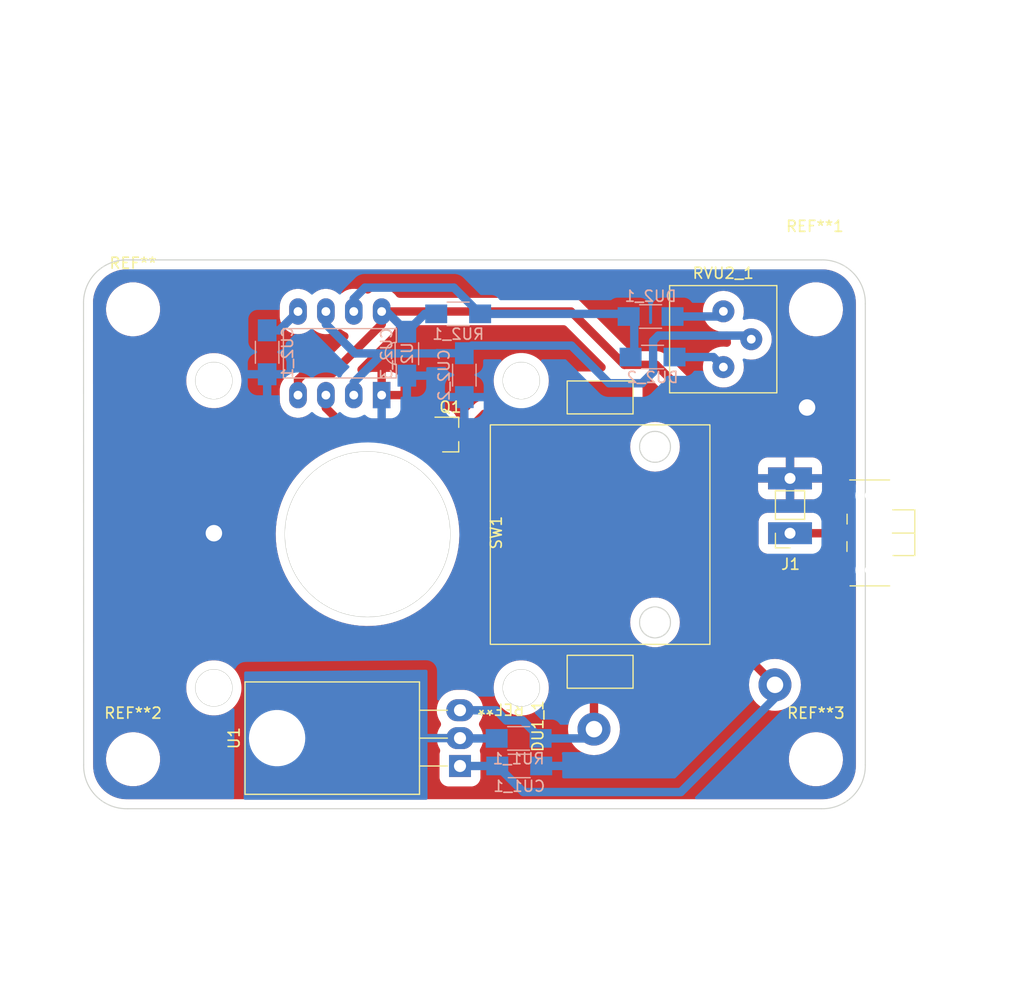
<source format=kicad_pcb>
(kicad_pcb (version 20211014) (generator pcbnew)
  (layers (0 "F.Cu" signal) (31 "B.Cu" signal) (34 "B.Paste" user) (35 "F.Paste" user) (36 "B.SilkS" user "B.Silkscreen") (37 "F.SilkS" user "F.Silkscreen") (38 "B.Mask" user) (39 "F.Mask" user) (44 "Edge.Cuts" user))
  (net 0 "")
  (net 1 "/CTRL")
  (net 2 "GND")
  (net 3 "Net-(CU2_1-Pad2)")
  (net 4 "Net-(CU2_2-Pad1)")
  (net 5 "Net-(DU2_1-Pad2)")
  (net 6 "Net-(RU1_1-Pad1)")
  (net 7 "+9V")
  (net 8 "Net-(J1-Pad1)")
  (net 10 "Net-(DU1_1-Pad2)")
  (net 11 "Net-(DU2_1-Pad1)")
  (net 12 "Net-(DU2_2-Pad2)")
  (net 13 "Net-(DU1_1-Pad1)")
  (footprint "Package_TO_SOT_THT:TO-220-3_Horizontal_TabDown" (layer "F.Cu") (at 99.149861 103.560895 90)
    (fp_text reference "U1" (at 2.54 -20.58 90) (layer "F.SilkS"))
    (fp_text value "LM317L_SO8")
    (fp_line (start -2.58 -19.58) (end -2.58 -3.69) (layer "F.SilkS") (width 0.12))
    (fp_line (start 5.08 -3.69) (end 5.08 -1.15) (layer "F.SilkS") (width 0.12))
    (fp_line (start -2.58 -3.69) (end 7.66 -3.69) (layer "F.SilkS") (width 0.12))
    (fp_line (start 2.54 -3.69) (end 2.54 -1.15) (layer "F.SilkS") (width 0.12))
    (fp_line (start -2.58 -19.58) (end 7.66 -19.58) (layer "F.SilkS") (width 0.12))
    (fp_line (start 0 -3.69) (end 0 -1.15) (layer "F.SilkS") (width 0.12))
    (fp_line (start 7.66 -19.58) (end 7.66 -3.69) (layer "F.SilkS") (width 0.12))
    (pad "" np_thru_hole oval (at 2.54 -16.66 90) (size 3.5 3.5) (drill 3.5) (layers F&B.Cu *.Mask))
    (pad "1" thru_hole rect (at 0 0 90) (size 2 2) (drill 1.1) (layers *.Cu *.Mask) (net 7 "+9V"))
    (pad "2" thru_hole oval (at 2.54 0 90) (size 2 2.5) (drill 1.1) (layers *.Cu *.Mask) (net 6 "Net-(RU1_1-Pad1)"))
    (pad "3" thru_hole oval (at 5.08 0 90) (size 2 2.5) (drill 1.1) (layers *.Cu *.Mask) (net 10 "Net-(DU1_1-Pad2)"))
  )
  (footprint "LED_CUSTOM:IR_LED" (layer "F.Cu") (at 111.9124 82.4738 90)
    (fp_text reference "DU1_1" (at -17.456495 -5.67254 90 unlocked) (layer "F.SilkS"))
    (fp_text value "LED")
    (fp_rect (start 11 3) (end 14 -3) (layer "F.SilkS") (width 0.12) (fill none))
    (fp_rect (start -14 3) (end -11 -3) (layer "F.SilkS") (width 0.12) (fill none))
    (fp_rect (start -10 10) (end 10 -10) (layer "F.SilkS") (width 0.12) (fill none))
    (fp_circle (center -8 5) (end -6.6 5) (layer "Edge.Cuts") (width 0.12) (fill none))
    (fp_circle (center 8 5) (end 9.4 5) (layer "Edge.Cuts") (width 0.12) (fill none))
    (pad "" np_thru_hole circle (at -8 5 90) (size 2.7 2.7) (drill 2.7) (layers F&B.Cu *.Mask))
    (pad "" np_thru_hole circle (at 8 5 90) (size 2.7 2.7) (drill 2.7) (layers F&B.Cu *.Mask))
    (pad "1" smd roundrect (at 12.5 0 90) (size 3 6) (layers "F.Cu" "F.Paste" "F.Mask") (net 13 "Net-(DU1_1-Pad1)"))
    (pad "2" smd roundrect (at -12.5 0 90) (size 3 6) (layers "F.Cu" "F.Paste" "F.Mask") (net 10 "Net-(DU1_1-Pad2)"))
  )
  (footprint "LED_CUSTOM:IR_CAM" (layer "F.Cu") (at 90.7288 82.442101)
    (fp_text reference "REF**" (at 12.13686 15.946495 180 unlocked) (layer "F.SilkS"))
    (fp_text value "IR_CAM")
    (fp_circle (center 14 14) (end 15.65 14) (layer "Edge.Cuts") (width 0.12) (fill solid))
    (fp_circle (center -14 -14) (end -12.35 -14) (layer "Edge.Cuts") (width 0.12) (fill solid))
    (fp_circle (center 0 0) (end 7.5 0) (layer "Edge.Cuts") (width 0.12) (fill none))
    (fp_circle (center -14 14) (end -12.35 14) (layer "Edge.Cuts") (width 0.12) (fill solid))
    (fp_circle (center 14 -14) (end 15.65 -14) (layer "Edge.Cuts") (width 0.12) (fill solid))
    (pad "" np_thru_hole circle (at 14 -14) (size 3.3 3.3) (drill 3.3) (layers F&B.Cu *.Mask))
    (pad "" np_thru_hole circle (at 14 14) (size 3.3 3.3) (drill 3.3) (layers F&B.Cu *.Mask))
    (pad "" np_thru_hole circle (at -14 14) (size 3.3 3.3) (drill 3.3) (layers F&B.Cu *.Mask))
    (pad "" np_thru_hole circle (at 0 0) (size 15 15) (drill 15) (layers F&B.Cu *.Mask))
    (pad "" np_thru_hole circle (at -14 -14) (size 3.3 3.3) (drill 3.3) (layers F&B.Cu *.Mask))
  )
  (footprint "MountingHole:MountingHole_3.2mm_M3" (layer "F.Cu") (at 131.567958 102.9421)
    (fp_text reference "REF**3" (at 0 -4.2) (layer "F.SilkS"))
    (fp_text value "MountingHole_3.2mm_M3")
    (pad "" np_thru_hole circle (at 0 0) (size 3.2 3.2) (drill 3.2) (layers *.Cu *.Mask))
  )
  (footprint "fab:Switch_SPDT_CnK_JS102011JCQN_9x3.6mm_P2.5mm" (layer "F.Cu") (at 136.4755 82.3064 90)
    (fp_text reference "SW1" (at 0.01 -34.024 90) (layer "F.SilkS"))
    (fp_text value "Pwr")
    (fp_line (start 2.09 4.1) (end 2.09 2.09) (layer "F.SilkS") (width 0.12))
    (fp_line (start -1.7 -2.08) (end -0.81 -2.08) (layer "F.SilkS") (width 0.12))
    (fp_line (start -0.03 2.06) (end -0.03 4.09) (layer "F.SilkS") (width 0.12))
    (fp_line (start -2.08 2.12) (end -2.08 4.1) (layer "F.SilkS") (width 0.12))
    (fp_line (start 0.8 -2.07) (end 1.69 -2.07) (layer "F.SilkS") (width 0.12))
    (fp_line (start -4.84 -1.8) (end -4.84 1.81) (layer "F.SilkS") (width 0.12))
    (fp_line (start -2.08 4.1) (end 2.09 4.1) (layer "F.SilkS") (width 0.12))
    (fp_line (start 4.81 -1.83) (end 4.81 1.8) (layer "F.SilkS") (width 0.12))
    (pad "" np_thru_hole circle (at 3.4 0 90) (size 0.9 0.9) (drill 0.9) (layers *.Cu *.Mask))
    (pad "" np_thru_hole circle (at -3.4 0 90) (size 0.9 0.9) (drill 0.9) (layers *.Cu *.Mask))
    (pad "1" smd rect (at -2.5 -2.75 90) (size 1.5 2.5) (layers "F.Cu" "F.Paste" "F.Mask") (net 7 "+9V"))
    (pad "2" smd rect (at 0 -2.75 90) (size 1.5 2.5) (layers "F.Cu" "F.Paste" "F.Mask") (net 8 "Net-(J1-Pad1)"))
    (pad "3" smd rect (at 2.5 -2.75 90) (size 1.5 2.5) (layers "F.Cu" "F.Paste" "F.Mask"))
  )
  (footprint "MountingHole:MountingHole_3.2mm_M3" (layer "F.Cu") (at 69.371958 61.9421)
    (fp_text reference "REF**" (at 0 -4.2) (layer "F.SilkS"))
    (fp_text value "MountingHole_3.2mm_M3")
    (pad "" np_thru_hole circle (at 0 0) (size 3.2 3.2) (drill 3.2) (layers *.Cu *.Mask))
  )
  (footprint "Potentiometer_THT:Potentiometer_Bourns_3386P_Vertical" (layer "F.Cu") (at 123.1392 67.2084)
    (fp_text reference "RVU2_1" (at -0.015 -8.555) (layer "F.SilkS"))
    (fp_text value "10K")
    (fp_line (start 4.87 -7.425) (end 4.87 2.345) (layer "F.SilkS") (width 0.12))
    (fp_line (start -4.9 -7.425) (end -4.9 2.345) (layer "F.SilkS") (width 0.12))
    (fp_line (start -4.9 -7.425) (end 4.87 -7.425) (layer "F.SilkS") (width 0.12))
    (fp_line (start -4.9 2.345) (end 4.87 2.345) (layer "F.SilkS") (width 0.12))
    (pad "1" thru_hole circle (at 0 0) (size 2 2) (drill 0.8) (layers *.Cu *.Mask) (net 12 "Net-(DU2_2-Pad2)"))
    (pad "2" thru_hole circle (at 2.54 -2.54) (size 2 2) (drill 0.8) (layers *.Cu *.Mask) (net 4 "Net-(CU2_2-Pad1)"))
    (pad "3" thru_hole circle (at 0 -5.08) (size 2 2) (drill 0.8) (layers *.Cu *.Mask) (net 11 "Net-(DU2_1-Pad1)"))
  )
  (footprint "Connector_PinSocket_2.54mm:PinSocket_1x02_P2.54mm_Vertical" (layer "F.Cu") (at 129.2098 82.3515 180)
    (fp_text reference "J1" (at -0.0508 -2.8208) (layer "F.SilkS"))
    (fp_text value "Power")
    (fp_line (start -1.33 1.27) (end 1.33 1.27) (layer "F.SilkS") (width 0.12))
    (fp_line (start 0 -1.33) (end 1.33 -1.33) (layer "F.SilkS") (width 0.12))
    (fp_line (start -1.33 3.87) (end 1.33 3.87) (layer "F.SilkS") (width 0.12))
    (fp_line (start 1.33 -1.33) (end 1.33 0) (layer "F.SilkS") (width 0.12))
    (fp_line (start -1.33 1.27) (end -1.33 3.87) (layer "F.SilkS") (width 0.12))
    (fp_line (start 1.33 1.27) (end 1.33 3.87) (layer "F.SilkS") (width 0.12))
    (pad "1" thru_hole rect (at 0 0 180) (size 4 2) (drill 1) (layers *.Cu *.Mask) (net 8 "Net-(J1-Pad1)"))
    (pad "2" thru_hole rect (at 0 5 180) (size 4 2) (drill 1) (layers *.Cu *.Mask) (net 2 "GND"))
  )
  (footprint "MountingHole:MountingHole_3.2mm_M3" (layer "F.Cu") (at 131.567958 61.9421)
    (fp_text reference "REF**1" (at -0.097958 -7.5607) (layer "F.SilkS"))
    (fp_text value "MountingHole_3.2mm_M3")
    (pad "" np_thru_hole circle (at 0 0) (size 3.2 3.2) (drill 3.2) (layers *.Cu *.Mask))
  )
  (footprint "MountingHole:MountingHole_3.2mm_M3" (layer "F.Cu") (at 69.371958 102.9421)
    (fp_text reference "REF**2" (at 0 -4.2) (layer "F.SilkS"))
    (fp_text value "MountingHole_3.2mm_M3")
    (pad "" np_thru_hole circle (at 0 0) (size 3.2 3.2) (drill 3.2) (layers *.Cu *.Mask))
  )
  (footprint "fab:SOT-23" (layer "F.Cu") (at 98.2726 73.3552)
    (fp_text reference "Q1" (at 0 -2.5) (layer "F.SilkS"))
    (fp_text value "MOSFET_N-CH_30V_1.7A")
    (fp_line (start 0.76 -1.58) (end -1.4 -1.58) (layer "F.SilkS") (width 0.12))
    (fp_line (start 0.76 -1.58) (end 0.76 -0.65) (layer "F.SilkS") (width 0.12))
    (fp_line (start 0.76 1.58) (end 0.76 0.65) (layer "F.SilkS") (width 0.12))
    (fp_line (start 0.76 1.58) (end -0.7 1.58) (layer "F.SilkS") (width 0.12))
    (pad "1" smd rect locked (at -1.2 -0.85) (size 1.8 1) (layers "F.Cu" "F.Paste" "F.Mask") (net 1 "/CTRL"))
    (pad "2" smd rect locked (at -1.2 0.85) (size 1.8 1) (layers "F.Cu" "F.Paste" "F.Mask") (net 2 "GND"))
    (pad "3" smd rect locked (at 1.2 0) (size 1.8 1) (layers "F.Cu" "F.Paste" "F.Mask") (net 13 "Net-(DU1_1-Pad1)"))
  )
  (footprint "fab:R_1206" (layer "B.Cu") (at 116.5098 62.5992 180)
    (fp_text reference "DU2_1" (at 0 1.85) (layer "B.SilkS") (effects (justify mirror)))
    (fp_text value "1N4148")
    (fp_line (start 1 -1.07) (end -1 -1.07) (layer "B.SilkS") (width 0.12))
    (fp_line (start -1 1.07) (end 1 1.07) (layer "B.SilkS") (width 0.12))
    (pad "1" smd rect locked (at -2 0 180) (size 2 1.7) (layers "B.Cu" "B.Paste" "B.Mask") (net 11 "Net-(DU2_1-Pad1)"))
    (pad "2" smd rect locked (at 2 0 180) (size 2 1.7) (layers "B.Cu" "B.Paste" "B.Mask") (net 5 "Net-(DU2_1-Pad2)"))
  )
  (footprint "fab:C_1206" (layer "B.Cu") (at 94.3102 65.9892 -90)
    (fp_text reference "CU2_3" (at 0 1.85 90) (layer "B.SilkS") (effects (justify mirror)))
    (fp_text value "10uF")
    (fp_line (start -1 1.07) (end 1 1.07) (layer "B.SilkS") (width 0.12))
    (fp_line (start 1 -1.07) (end -1 -1.07) (layer "B.SilkS") (width 0.12))
    (pad "1" smd rect (at -2 0 270) (size 2 1.7) (layers "B.Cu" "B.Paste" "B.Mask") (net 7 "+9V"))
    (pad "2" smd rect (at 2 0 270) (size 2 1.7) (layers "B.Cu" "B.Paste" "B.Mask") (net 2 "GND"))
  )
  (footprint "Package_DIP:DIP-8_W7.62mm_LongPads" (layer "B.Cu") (at 92.0142 69.7634 90)
    (fp_text reference "U2" (at 3.81 2.33 90) (layer "B.SilkS") (effects (justify mirror)))
    (fp_text value "LM555xM")
    (fp_line (start 6.06 -8.95) (end 6.06 1.33) (layer "B.SilkS") (width 0.12))
    (fp_line (start 2.81 1.33) (end 1.56 1.33) (layer "B.SilkS") (width 0.12))
    (fp_line (start 1.56 -8.95) (end 6.06 -8.95) (layer "B.SilkS") (width 0.12))
    (fp_line (start 6.06 1.33) (end 4.81 1.33) (layer "B.SilkS") (width 0.12))
    (fp_line (start 1.56 1.33) (end 1.56 -8.95) (layer "B.SilkS") (width 0.12))
    (fp_arc (start 2.81 1.33) (mid 3.81 0.33) (end 4.81 1.33) (layer "B.SilkS") (width 0.12))
    (pad "1" thru_hole rect (at 0 0 90) (size 2.4 1.6) (drill 0.8) (layers *.Cu *.Mask) (net 2 "GND"))
    (pad "2" thru_hole oval (at 0 -2.54 90) (size 2.4 1.6) (drill 0.8) (layers *.Cu *.Mask) (net 4 "Net-(CU2_2-Pad1)"))
    (pad "3" thru_hole oval (at 0 -5.08 90) (size 2.4 1.6) (drill 0.8) (layers *.Cu *.Mask) (net 1 "/CTRL"))
    (pad "4" thru_hole oval (at 0 -7.62 90) (size 2.4 1.6) (drill 0.8) (layers *.Cu *.Mask) (net 7 "+9V"))
    (pad "5" thru_hole oval (at 7.62 -7.62 90) (size 2.4 1.6) (drill 0.8) (layers *.Cu *.Mask) (net 3 "Net-(CU2_1-Pad2)"))
    (pad "6" thru_hole oval (at 7.62 -5.08 90) (size 2.4 1.6) (drill 0.8) (layers *.Cu *.Mask) (net 4 "Net-(CU2_2-Pad1)"))
    (pad "7" thru_hole oval (at 7.62 -2.54 90) (size 2.4 1.6) (drill 0.8) (layers *.Cu *.Mask) (net 5 "Net-(DU2_1-Pad2)"))
    (pad "8" thru_hole oval (at 7.62 0 90) (size 2.4 1.6) (drill 0.8) (layers *.Cu *.Mask) (net 7 "+9V"))
  )
  (footprint "fab:C_1206" (layer "B.Cu") (at 104.5464 103.5558)
    (fp_text reference "CU1_1" (at 0 1.85) (layer "B.SilkS") (effects (justify mirror)))
    (fp_text value "10uF")
    (fp_line (start -1 1.07) (end 1 1.07) (layer "B.SilkS") (width 0.12))
    (fp_line (start 1 -1.07) (end -1 -1.07) (layer "B.SilkS") (width 0.12))
    (pad "1" smd rect (at -2 0) (size 2 1.7) (layers "B.Cu" "B.Paste" "B.Mask") (net 7 "+9V"))
    (pad "2" smd rect (at 2 0) (size 2 1.7) (layers "B.Cu" "B.Paste" "B.Mask") (net 2 "GND"))
  )
  (footprint "fab:C_1206" (layer "B.Cu") (at 99.5426 67.945 -90)
    (fp_text reference "CU2_2" (at 0 1.85 90) (layer "B.SilkS") (effects (justify mirror)))
    (fp_text value "10nF")
    (fp_line (start 1 -1.07) (end -1 -1.07) (layer "B.SilkS") (width 0.12))
    (fp_line (start -1 1.07) (end 1 1.07) (layer "B.SilkS") (width 0.12))
    (pad "1" smd rect (at -2 0 270) (size 2 1.7) (layers "B.Cu" "B.Paste" "B.Mask") (net 4 "Net-(CU2_2-Pad1)"))
    (pad "2" smd rect (at 2 0 270) (size 2 1.7) (layers "B.Cu" "B.Paste" "B.Mask") (net 2 "GND"))
  )
  (footprint "fab:R_1206" (layer "B.Cu") (at 116.6876 66.294)
    (fp_text reference "DU2_2" (at 0 1.85 180) (layer "B.SilkS") (effects (justify mirror)))
    (fp_text value "1N4148")
    (fp_line (start 1 -1.07) (end -1 -1.07) (layer "B.SilkS") (width 0.12))
    (fp_line (start -1 1.07) (end 1 1.07) (layer "B.SilkS") (width 0.12))
    (pad "1" smd rect locked (at -2 0) (size 2 1.7) (layers "B.Cu" "B.Paste" "B.Mask") (net 5 "Net-(DU2_1-Pad2)"))
    (pad "2" smd rect locked (at 2 0) (size 2 1.7) (layers "B.Cu" "B.Paste" "B.Mask") (net 12 "Net-(DU2_2-Pad2)"))
  )
  (footprint "fab:R_1206" (layer "B.Cu") (at 98.9838 62.357)
    (fp_text reference "RU2_1" (at 0 1.85) (layer "B.SilkS") (effects (justify mirror)))
    (fp_text value "1K")
    (fp_line (start -1 1.07) (end 1 1.07) (layer "B.SilkS") (width 0.12))
    (fp_line (start 1 -1.07) (end -1 -1.07) (layer "B.SilkS") (width 0.12))
    (pad "1" smd rect locked (at -2 0) (size 2 1.7) (layers "B.Cu" "B.Paste" "B.Mask") (net 7 "+9V"))
    (pad "2" smd rect locked (at 2 0) (size 2 1.7) (layers "B.Cu" "B.Paste" "B.Mask") (net 5 "Net-(DU2_1-Pad2)"))
  )
  (footprint "fab:R_1206" (layer "B.Cu") (at 104.48966 101.046295)
    (fp_text reference "RU1_1" (at 0 1.85) (layer "B.SilkS") (effects (justify mirror)))
    (fp_text value "12.5")
    (fp_line (start -1 1.07) (end 1 1.07) (layer "B.SilkS") (width 0.12))
    (fp_line (start 1 -1.07) (end -1 -1.07) (layer "B.SilkS") (width 0.12))
    (pad "1" smd rect locked (at -2 0) (size 2 1.7) (layers "B.Cu" "B.Paste" "B.Mask") (net 6 "Net-(RU1_1-Pad1)"))
    (pad "2" smd rect locked (at 2 0) (size 2 1.7) (layers "B.Cu" "B.Paste" "B.Mask") (net 10 "Net-(DU1_1-Pad2)"))
  )
  (footprint "fab:C_1206" (layer "B.Cu") (at 81.5848 65.8622 90)
    (fp_text reference "CU2_1" (at 0 1.85 90) (layer "B.SilkS") (effects (justify mirror)))
    (fp_text value "10nF")
    (fp_line (start 1 -1.07) (end -1 -1.07) (layer "B.SilkS") (width 0.12))
    (fp_line (start -1 1.07) (end 1 1.07) (layer "B.SilkS") (width 0.12))
    (pad "1" smd rect (at -2 0 90) (size 2 1.7) (layers "B.Cu" "B.Paste" "B.Mask") (net 2 "GND"))
    (pad "2" smd rect (at 2 0 90) (size 2 1.7) (layers "B.Cu" "B.Paste" "B.Mask") (net 3 "Net-(CU2_1-Pad2)"))
  )
  (gr_arc (start 64.859474 61.4421) (mid 66.004338 58.586964) (end 68.859474 57.4421) (layer "Edge.Cuts") (width 0.1))
  (gr_line (start 64.872316 103.454342) (end 64.859474 61.4421) (layer "Edge.Cuts") (width 0.1))
  (gr_arc (start 68.872316 107.454342) (mid 66.01718 106.309478) (end 64.872316 103.454342) (layer "Edge.Cuts") (width 0.1))
  (gr_line (start 132.0674 107.454342) (end 68.872316 107.454342) (layer "Edge.Cuts") (width 0.1))
  (gr_arc (start 136.0674 103.454342) (mid 134.922534 106.309463) (end 132.0674 107.454342) (layer "Edge.Cuts") (width 0.1))
  (gr_arc (start 132.0674 57.442458) (mid 134.922564 58.587307) (end 136.0674 61.442458) (layer "Edge.Cuts") (width 0.1))
  (gr_line (start 136.0674 61.442458) (end 136.0674 103.454342) (layer "Edge.Cuts") (width 0.1))
  (gr_line (start 68.859474 57.4421) (end 132.0674 57.442458) (layer "Edge.Cuts") (width 0.1))
  (segment (start 86.9342 69.7634) (end 86.9342 70.9254) (width 0.762) (layer "F.Cu") (net 1))
  (segment (start 88.514 72.5052) (end 97.0726 72.5052) (width 0.762) (layer "F.Cu") (net 1))
  (segment (start 86.9342 70.9254) (end 88.514 72.5052) (width 0.762) (layer "F.Cu") (net 1))
  (via (at 76.7334 82.3468) (size 2.999999) (drill 1.5) (layers "F.Cu" "B.Cu") (net 2))
  (via (at 130.7592 70.8914) (size 2.999999) (drill 1.5) (layers "F.Cu" "B.Cu") (net 2))
  (segment (start 82.6754 63.8622) (end 84.3942 62.1434) (width 0.762) (layer "B.Cu") (net 3))
  (segment (start 81.5848 63.8622) (end 82.6754 63.8622) (width 0.762) (layer "B.Cu") (net 3))
  (segment (start 92.1118 65.9638) (end 97.06 65.9638) (width 0.762) (layer "B.Cu") (net 4))
  (segment (start 116.7384 64.819378) (end 117.219578 64.3382) (width 0.762) (layer "B.Cu") (net 4))
  (segment (start 89.5926 65.9638) (end 93.1164 65.9638) (width 0.762) (layer "B.Cu") (net 4))
  (segment (start 109.2962 65.2526) (end 112.7252 68.6816) (width 0.762) (layer "B.Cu") (net 4))
  (segment (start 86.9342 63.3054) (end 89.5926 65.9638) (width 0.762) (layer "B.Cu") (net 4))
  (segment (start 97.0788 65.945) (end 99.5426 65.945) (width 0.762) (layer "B.Cu") (net 4))
  (segment (start 117.219578 64.3382) (end 125.349 64.3382) (width 0.762) (layer "B.Cu") (net 4))
  (segment (start 86.9342 62.1434) (end 86.9342 63.3054) (width 0.762) (layer "B.Cu") (net 4))
  (segment (start 99.5426 65.945) (end 100.235 65.2526) (width 0.762) (layer "B.Cu") (net 4))
  (segment (start 125.349 64.3382) (end 125.6792 64.6684) (width 0.762) (layer "B.Cu") (net 4))
  (segment (start 100.235 65.2526) (end 109.2962 65.2526) (width 0.762) (layer "B.Cu") (net 4))
  (segment (start 116.7384 67.667022) (end 116.7384 64.819378) (width 0.762) (layer "B.Cu") (net 4))
  (segment (start 97.06 65.9638) (end 97.0788 65.945) (width 0.762) (layer "B.Cu") (net 4))
  (segment (start 89.4742 69.7634) (end 89.4742 68.6014) (width 0.762) (layer "B.Cu") (net 4))
  (segment (start 89.4742 68.6014) (end 92.1118 65.9638) (width 0.762) (layer "B.Cu") (net 4))
  (segment (start 115.723822 68.6816) (end 116.7384 67.667022) (width 0.762) (layer "B.Cu") (net 4))
  (segment (start 112.7252 68.6816) (end 115.723822 68.6816) (width 0.762) (layer "B.Cu") (net 4))
  (segment (start 98.5962 59.9694) (end 100.9838 62.357) (width 0.762) (layer "B.Cu") (net 5))
  (segment (start 90.4862 59.9694) (end 98.5962 59.9694) (width 0.762) (layer "B.Cu") (net 5))
  (segment (start 89.4742 60.9814) (end 90.4862 59.9694) (width 0.762) (layer "B.Cu") (net 5))
  (segment (start 115.0223 66.1162) (end 115.2001 66.294) (width 0.762) (layer "B.Cu") (net 5))
  (segment (start 115.0223 62.5992) (end 114.7801 62.357) (width 0.762) (layer "B.Cu") (net 5))
  (segment (start 115.0223 62.5992) (end 115.0223 66.1162) (width 0.762) (layer "B.Cu") (net 5))
  (segment (start 114.7801 62.357) (end 100.9838 62.357) (width 0.762) (layer "B.Cu") (net 5))
  (segment (start 89.4742 62.1434) (end 89.4742 60.9814) (width 0.762) (layer "B.Cu") (net 5))
  (segment (start 102.48966 101.046295) (end 99.175261 101.046295) (width 0.762) (layer "B.Cu") (net 6))
  (segment (start 99.175261 101.046295) (end 99.149861 101.020895) (width 0.762) (layer "B.Cu") (net 6))
  (segment (start 99.149861 101.020895) (end 92.527105 101.020895) (width 0.762) (layer "B.Cu") (net 6))
  (segment (start 92.527105 101.020895) (end 92.329 101.219) (width 0.762) (layer "B.Cu") (net 6))
  (segment (start 122.682 84.6582) (end 124.6886 86.6648) (width 0.762) (layer "F.Cu") (net 7))
  (segment (start 109.255533 62.1434) (end 114.117333 67.0052) (width 0.762) (layer "F.Cu") (net 7))
  (segment (start 87.54312 67.77648) (end 84.97912 67.77648) (width 0.762) (layer "F.Cu") (net 7))
  (segment (start 84.3942 68.3614) (end 84.3942 69.7634) (width 0.762) (layer "F.Cu") (net 7))
  (segment (start 122.682 91.0082) (end 122.682 83.947) (width 0.762) (layer "F.Cu") (net 7))
  (segment (start 114.117333 67.0052) (end 117.0178 67.0052) (width 0.762) (layer "F.Cu") (net 7))
  (segment (start 92.0142 62.1434) (end 109.255533 62.1434) (width 0.762) (layer "F.Cu") (net 7))
  (segment (start 117.0178 67.0052) (end 122.682 72.6694) (width 0.762) (layer "F.Cu") (net 7))
  (segment (start 92.0142 62.1434) (end 92.0142 63.3054) (width 0.762) (layer "F.Cu") (net 7))
  (segment (start 92.0142 63.3054) (end 87.54312 67.77648) (width 0.762) (layer "F.Cu") (net 7))
  (segment (start 124.6886 86.6648) (end 131.8671 86.6648) (width 0.762) (layer "F.Cu") (net 7))
  (segment (start 122.682 83.947) (end 122.682 84.6582) (width 0.762) (layer "F.Cu") (net 7))
  (segment (start 131.8671 86.6648) (end 133.7255 84.8064) (width 0.762) (layer "F.Cu") (net 7))
  (segment (start 127.8382 96.1644) (end 122.682 91.0082) (width 0.762) (layer "F.Cu") (net 7))
  (segment (start 84.97912 67.77648) (end 84.3942 68.3614) (width 0.762) (layer "F.Cu") (net 7))
  (segment (start 122.682 72.6694) (end 122.682 83.947) (width 0.762) (layer "F.Cu") (net 7))
  (via (at 127.8382 96.1644) (size 2.999999) (drill 1.5) (layers "F.Cu" "B.Cu") (net 7))
  (segment (start 104.925006 105.934406) (end 102.5464 103.5558) (width 0.762) (layer "B.Cu") (net 7))
  (segment (start 127.8382 96.1644) (end 127.8382 97.3582) (width 0.762) (layer "B.Cu") (net 7))
  (segment (start 92.0142 62.1434) (end 92.4644 62.1434) (width 0.762) (layer "B.Cu") (net 7))
  (segment (start 119.261994 105.934406) (end 104.925006 105.934406) (width 0.762) (layer "B.Cu") (net 7))
  (segment (start 102.541305 103.560895) (end 102.5464 103.5558) (width 0.762) (layer "B.Cu") (net 7))
  (segment (start 127.8382 97.3582) (end 119.261994 105.934406) (width 0.762) (layer "B.Cu") (net 7))
  (segment (start 96.9838 62.357) (end 95.9424 62.357) (width 0.762) (layer "B.Cu") (net 7))
  (segment (start 92.4644 62.1434) (end 94.3102 63.9892) (width 0.762) (layer "B.Cu") (net 7))
  (segment (start 95.9424 62.357) (end 94.3102 63.9892) (width 0.762) (layer "B.Cu") (net 7))
  (segment (start 99.149861 103.560895) (end 102.541305 103.560895) (width 0.762) (layer "B.Cu") (net 7))
  (segment (start 133.6804 82.3515) (end 133.7255 82.3064) (width 0.762) (layer "F.Cu") (net 8))
  (segment (start 129.2098 82.3515) (end 133.6804 82.3515) (width 0.762) (layer "F.Cu") (net 8))
  (segment (start 111.3536 95.5326) (end 111.9124 94.9738) (width 0.762) (layer "F.Cu") (net 10))
  (segment (start 111.3536 100.203) (end 111.3536 95.5326) (width 0.762) (layer "F.Cu") (net 10))
  (via (at 111.3536 100.203) (size 2.999999) (drill 1.5) (layers "F.Cu" "B.Cu") (net 10))
  (segment (start 106.48966 101.046295) (end 110.510305 101.046295) (width 0.762) (layer "B.Cu") (net 10))
  (segment (start 104.852749 99.409384) (end 106.48966 101.046295) (width 0.762) (layer "B.Cu") (net 10))
  (segment (start 99.149861 98.480895) (end 102.443295 98.480895) (width 0.762) (layer "B.Cu") (net 10))
  (segment (start 103.371784 99.409384) (end 104.852749 99.409384) (width 0.762) (layer "B.Cu") (net 10))
  (segment (start 110.510305 101.046295) (end 111.3536 100.203) (width 0.762) (layer "B.Cu") (net 10))
  (segment (start 102.443295 98.480895) (end 103.371784 99.409384) (width 0.762) (layer "B.Cu") (net 10))
  (segment (start 118.5098 62.5992) (end 122.6684 62.5992) (width 0.762) (layer "B.Cu") (net 11))
  (segment (start 122.6684 62.5992) (end 123.1392 62.1284) (width 0.762) (layer "B.Cu") (net 11))
  (segment (start 118.1751 66.294) (end 122.2248 66.294) (width 0.762) (layer "B.Cu") (net 12))
  (segment (start 122.2248 66.294) (end 123.1392 67.2084) (width 0.762) (layer "B.Cu") (net 12))
  (segment (start 99.4726 73.3552) (end 101.3522 71.4756) (width 0.762) (layer "F.Cu") (net 13))
  (segment (start 110.4106 71.4756) (end 111.9124 69.9738) (width 0.762) (layer "F.Cu") (net 13))
  (segment (start 101.3522 71.4756) (end 110.4106 71.4756) (width 0.762) (layer "F.Cu") (net 13))
  (zone (net 2) (net_name "GND") (layer "F.Cu") (connect_pads (clearance 0.8636)) (min_thickness 0.762) (fill yes (thermal_gap 0.9144) (thermal_bridge_width 0.762))
    (polygon (pts (xy 146.809446 117.343882) (xy 57.531 120.396) (xy 57.7596 53.8988) (xy 147.266646 52.192882)))
  )
  (zone (net 6) (net_name "Net-(RU1_1-Pad1)") (layer "B.Cu") (priority 1) (connect_pads (clearance 0.8128)) (min_thickness 0.254) (fill yes (thermal_gap 0.8128) (thermal_bridge_width 0.508))
    (polygon (pts (xy 96.1898 106.807) (xy 79.440546 106.835394) (xy 79.491346 94.948194) (xy 96.1898 94.7928)))
  )
  (zone (net 2) (net_name "GND") (layer "B.Cu") (connect_pads (clearance 0.8636)) (min_thickness 0.254) (fill yes (thermal_gap 0.9144) (thermal_bridge_width 0.762))
    (polygon (pts (xy 150.53453 123.367857) (xy 58.0898 125.1966) (xy 57.2516 51.2064) (xy 149.46773 48.310857)))
  )
)
</source>
